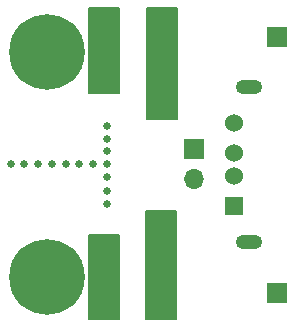
<source format=gbr>
%TF.GenerationSoftware,KiCad,Pcbnew,(7.0.0-rc1-287-ga9cb8e9a8d)*%
%TF.CreationDate,2023-01-20T15:36:01-06:00*%
%TF.ProjectId,Banana to USB Adapter,42616e61-6e61-4207-946f-205553422041,rev?*%
%TF.SameCoordinates,Original*%
%TF.FileFunction,Soldermask,Top*%
%TF.FilePolarity,Negative*%
%FSLAX46Y46*%
G04 Gerber Fmt 4.6, Leading zero omitted, Abs format (unit mm)*
G04 Created by KiCad (PCBNEW (7.0.0-rc1-287-ga9cb8e9a8d)) date 2023-01-20 15:36:01*
%MOMM*%
%LPD*%
G01*
G04 APERTURE LIST*
%ADD10C,0.150000*%
%ADD11C,0.635000*%
%ADD12R,1.700000X1.700000*%
%ADD13O,1.700000X1.700000*%
%ADD14C,1.524000*%
%ADD15R,1.524000X1.524000*%
%ADD16O,2.250000X1.200000*%
%ADD17C,0.800000*%
%ADD18C,6.400000*%
G04 APERTURE END LIST*
D10*
X137033200Y-105384600D02*
X139573000Y-105384600D01*
X139573000Y-105384600D02*
X139573000Y-112547400D01*
X139573000Y-112547400D02*
X137033200Y-112547400D01*
X137033200Y-112547400D02*
X137033200Y-105384600D01*
G36*
X137033200Y-105384600D02*
G01*
X139573000Y-105384600D01*
X139573000Y-112547400D01*
X137033200Y-112547400D01*
X137033200Y-105384600D01*
G37*
X141833800Y-103403400D02*
X144373600Y-103403400D01*
X144373600Y-103403400D02*
X144373600Y-112547400D01*
X144373600Y-112547400D02*
X141833800Y-112547400D01*
X141833800Y-112547400D02*
X141833800Y-103403400D01*
G36*
X141833800Y-103403400D02*
G01*
X144373600Y-103403400D01*
X144373600Y-112547400D01*
X141833800Y-112547400D01*
X141833800Y-103403400D01*
G37*
X141884600Y-86233000D02*
X144424400Y-86233000D01*
X144424400Y-86233000D02*
X144424400Y-95605600D01*
X144424400Y-95605600D02*
X141884600Y-95605600D01*
X141884600Y-95605600D02*
X141884600Y-86233000D01*
G36*
X141884600Y-86233000D02*
G01*
X144424400Y-86233000D01*
X144424400Y-95605600D01*
X141884600Y-95605600D01*
X141884600Y-86233000D01*
G37*
X137033200Y-86233000D02*
X139573000Y-86233000D01*
X139573000Y-86233000D02*
X139573000Y-93395800D01*
X139573000Y-93395800D02*
X137033200Y-93395800D01*
X137033200Y-93395800D02*
X137033200Y-86233000D01*
G36*
X137033200Y-86233000D02*
G01*
X139573000Y-86233000D01*
X139573000Y-93395800D01*
X137033200Y-93395800D01*
X137033200Y-86233000D01*
G37*
D11*
%TO.C,REF\u002A\u002A*%
X138504392Y-98326670D03*
%TD*%
%TO.C,REF\u002A\u002A*%
X138504392Y-102807978D03*
%TD*%
%TO.C,REF\u002A\u002A*%
X138504392Y-101671502D03*
%TD*%
%TO.C,REF\u002A\u002A*%
X138504392Y-100535026D03*
%TD*%
%TO.C,REF\u002A\u002A*%
X138504392Y-97254790D03*
%TD*%
%TO.C,REF\u002A\u002A*%
X138504392Y-96182910D03*
%TD*%
%TO.C,REF\u002A\u002A*%
X138504392Y-99373150D03*
%TD*%
%TO.C,REF\u002A\u002A*%
X137342886Y-99373150D03*
%TD*%
%TO.C,REF\u002A\u002A*%
X136181380Y-99373150D03*
%TD*%
%TO.C,REF\u002A\u002A*%
X135019874Y-99373150D03*
%TD*%
%TO.C,REF\u002A\u002A*%
X133858368Y-99373150D03*
%TD*%
%TO.C,REF\u002A\u002A*%
X132696862Y-99373150D03*
%TD*%
%TO.C,REF\u002A\u002A*%
X131535356Y-99373150D03*
%TD*%
%TO.C,REF\u002A\u002A*%
X130373850Y-99373150D03*
%TD*%
D12*
%TO.C,J4*%
X145903249Y-98170999D03*
D13*
X145903249Y-100710999D03*
%TD*%
D12*
%TO.C,J3*%
X152882599Y-88671399D03*
%TD*%
%TO.C,J2*%
X152882599Y-110337599D03*
%TD*%
D14*
%TO.C,J1*%
X149316500Y-95930000D03*
X149316500Y-98430000D03*
X149316500Y-100430000D03*
D15*
X149316499Y-102929999D03*
D16*
X150516499Y-105999999D03*
X150516499Y-92859999D03*
%TD*%
D17*
%TO.C,H2*%
X133477000Y-87541400D03*
X135174056Y-91638456D03*
X135174056Y-88244344D03*
X135877000Y-89941400D03*
D18*
X133477000Y-89941400D03*
D17*
X133477000Y-92341400D03*
X131779944Y-88244344D03*
X131779944Y-91638456D03*
X131077000Y-89941400D03*
%TD*%
%TO.C,H1*%
X131077000Y-108991400D03*
X131779944Y-110688456D03*
X131779944Y-107294344D03*
X133477000Y-111391400D03*
D18*
X133477000Y-108991400D03*
D17*
X135877000Y-108991400D03*
X135174056Y-107294344D03*
X135174056Y-110688456D03*
X133477000Y-106591400D03*
%TD*%
M02*

</source>
